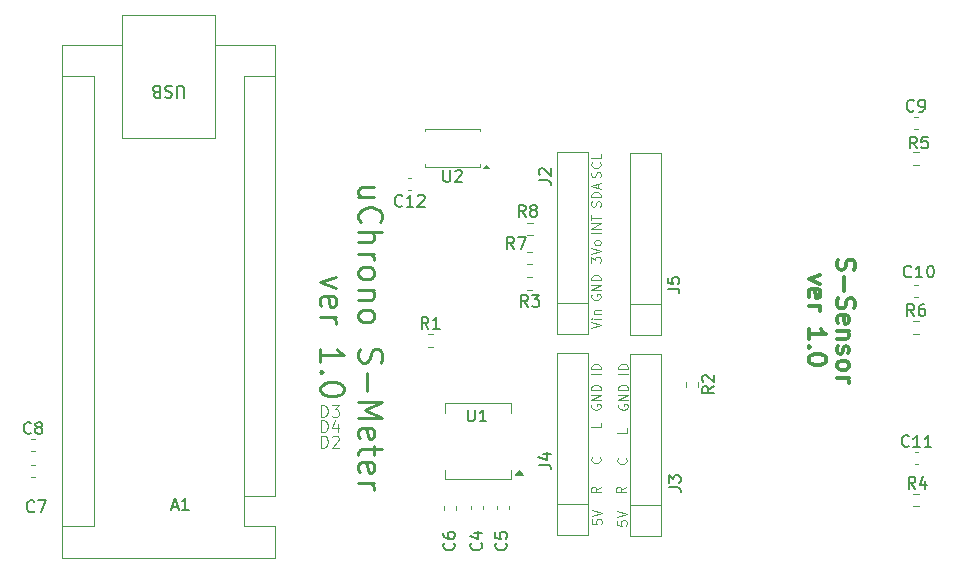
<source format=gbr>
%TF.GenerationSoftware,KiCad,Pcbnew,9.0.7*%
%TF.CreationDate,2026-01-06T19:32:14-08:00*%
%TF.ProjectId,v1.2,76312e32-2e6b-4696-9361-645f70636258,rev?*%
%TF.SameCoordinates,Original*%
%TF.FileFunction,Legend,Top*%
%TF.FilePolarity,Positive*%
%FSLAX46Y46*%
G04 Gerber Fmt 4.6, Leading zero omitted, Abs format (unit mm)*
G04 Created by KiCad (PCBNEW 9.0.7) date 2026-01-06 19:32:14*
%MOMM*%
%LPD*%
G01*
G04 APERTURE LIST*
%ADD10C,0.100000*%
%ADD11C,0.300000*%
%ADD12C,0.250000*%
%ADD13C,0.150000*%
%ADD14C,0.120000*%
G04 APERTURE END LIST*
D10*
X81103884Y-136672419D02*
X81103884Y-135672419D01*
X81103884Y-135672419D02*
X81341979Y-135672419D01*
X81341979Y-135672419D02*
X81484836Y-135720038D01*
X81484836Y-135720038D02*
X81580074Y-135815276D01*
X81580074Y-135815276D02*
X81627693Y-135910514D01*
X81627693Y-135910514D02*
X81675312Y-136100990D01*
X81675312Y-136100990D02*
X81675312Y-136243847D01*
X81675312Y-136243847D02*
X81627693Y-136434323D01*
X81627693Y-136434323D02*
X81580074Y-136529561D01*
X81580074Y-136529561D02*
X81484836Y-136624800D01*
X81484836Y-136624800D02*
X81341979Y-136672419D01*
X81341979Y-136672419D02*
X81103884Y-136672419D01*
X82008646Y-135672419D02*
X82627693Y-135672419D01*
X82627693Y-135672419D02*
X82294360Y-136053371D01*
X82294360Y-136053371D02*
X82437217Y-136053371D01*
X82437217Y-136053371D02*
X82532455Y-136100990D01*
X82532455Y-136100990D02*
X82580074Y-136148609D01*
X82580074Y-136148609D02*
X82627693Y-136243847D01*
X82627693Y-136243847D02*
X82627693Y-136481942D01*
X82627693Y-136481942D02*
X82580074Y-136577180D01*
X82580074Y-136577180D02*
X82532455Y-136624800D01*
X82532455Y-136624800D02*
X82437217Y-136672419D01*
X82437217Y-136672419D02*
X82151503Y-136672419D01*
X82151503Y-136672419D02*
X82056265Y-136624800D01*
X82056265Y-136624800D02*
X82008646Y-136577180D01*
X81103884Y-139272419D02*
X81103884Y-138272419D01*
X81103884Y-138272419D02*
X81341979Y-138272419D01*
X81341979Y-138272419D02*
X81484836Y-138320038D01*
X81484836Y-138320038D02*
X81580074Y-138415276D01*
X81580074Y-138415276D02*
X81627693Y-138510514D01*
X81627693Y-138510514D02*
X81675312Y-138700990D01*
X81675312Y-138700990D02*
X81675312Y-138843847D01*
X81675312Y-138843847D02*
X81627693Y-139034323D01*
X81627693Y-139034323D02*
X81580074Y-139129561D01*
X81580074Y-139129561D02*
X81484836Y-139224800D01*
X81484836Y-139224800D02*
X81341979Y-139272419D01*
X81341979Y-139272419D02*
X81103884Y-139272419D01*
X82056265Y-138367657D02*
X82103884Y-138320038D01*
X82103884Y-138320038D02*
X82199122Y-138272419D01*
X82199122Y-138272419D02*
X82437217Y-138272419D01*
X82437217Y-138272419D02*
X82532455Y-138320038D01*
X82532455Y-138320038D02*
X82580074Y-138367657D01*
X82580074Y-138367657D02*
X82627693Y-138462895D01*
X82627693Y-138462895D02*
X82627693Y-138558133D01*
X82627693Y-138558133D02*
X82580074Y-138700990D01*
X82580074Y-138700990D02*
X82008646Y-139272419D01*
X82008646Y-139272419D02*
X82627693Y-139272419D01*
X81103884Y-137972419D02*
X81103884Y-136972419D01*
X81103884Y-136972419D02*
X81341979Y-136972419D01*
X81341979Y-136972419D02*
X81484836Y-137020038D01*
X81484836Y-137020038D02*
X81580074Y-137115276D01*
X81580074Y-137115276D02*
X81627693Y-137210514D01*
X81627693Y-137210514D02*
X81675312Y-137400990D01*
X81675312Y-137400990D02*
X81675312Y-137543847D01*
X81675312Y-137543847D02*
X81627693Y-137734323D01*
X81627693Y-137734323D02*
X81580074Y-137829561D01*
X81580074Y-137829561D02*
X81484836Y-137924800D01*
X81484836Y-137924800D02*
X81341979Y-137972419D01*
X81341979Y-137972419D02*
X81103884Y-137972419D01*
X82532455Y-137305752D02*
X82532455Y-137972419D01*
X82294360Y-136924800D02*
X82056265Y-137639085D01*
X82056265Y-137639085D02*
X82675312Y-137639085D01*
D11*
X124885516Y-123357143D02*
X124814087Y-123571429D01*
X124814087Y-123571429D02*
X124814087Y-123928571D01*
X124814087Y-123928571D02*
X124885516Y-124071429D01*
X124885516Y-124071429D02*
X124956944Y-124142857D01*
X124956944Y-124142857D02*
X125099801Y-124214286D01*
X125099801Y-124214286D02*
X125242658Y-124214286D01*
X125242658Y-124214286D02*
X125385516Y-124142857D01*
X125385516Y-124142857D02*
X125456944Y-124071429D01*
X125456944Y-124071429D02*
X125528373Y-123928571D01*
X125528373Y-123928571D02*
X125599801Y-123642857D01*
X125599801Y-123642857D02*
X125671230Y-123500000D01*
X125671230Y-123500000D02*
X125742658Y-123428571D01*
X125742658Y-123428571D02*
X125885516Y-123357143D01*
X125885516Y-123357143D02*
X126028373Y-123357143D01*
X126028373Y-123357143D02*
X126171230Y-123428571D01*
X126171230Y-123428571D02*
X126242658Y-123500000D01*
X126242658Y-123500000D02*
X126314087Y-123642857D01*
X126314087Y-123642857D02*
X126314087Y-124000000D01*
X126314087Y-124000000D02*
X126242658Y-124214286D01*
X125385516Y-124857142D02*
X125385516Y-126000000D01*
X124885516Y-126642857D02*
X124814087Y-126857143D01*
X124814087Y-126857143D02*
X124814087Y-127214285D01*
X124814087Y-127214285D02*
X124885516Y-127357143D01*
X124885516Y-127357143D02*
X124956944Y-127428571D01*
X124956944Y-127428571D02*
X125099801Y-127500000D01*
X125099801Y-127500000D02*
X125242658Y-127500000D01*
X125242658Y-127500000D02*
X125385516Y-127428571D01*
X125385516Y-127428571D02*
X125456944Y-127357143D01*
X125456944Y-127357143D02*
X125528373Y-127214285D01*
X125528373Y-127214285D02*
X125599801Y-126928571D01*
X125599801Y-126928571D02*
X125671230Y-126785714D01*
X125671230Y-126785714D02*
X125742658Y-126714285D01*
X125742658Y-126714285D02*
X125885516Y-126642857D01*
X125885516Y-126642857D02*
X126028373Y-126642857D01*
X126028373Y-126642857D02*
X126171230Y-126714285D01*
X126171230Y-126714285D02*
X126242658Y-126785714D01*
X126242658Y-126785714D02*
X126314087Y-126928571D01*
X126314087Y-126928571D02*
X126314087Y-127285714D01*
X126314087Y-127285714D02*
X126242658Y-127500000D01*
X124885516Y-128714285D02*
X124814087Y-128571428D01*
X124814087Y-128571428D02*
X124814087Y-128285714D01*
X124814087Y-128285714D02*
X124885516Y-128142856D01*
X124885516Y-128142856D02*
X125028373Y-128071428D01*
X125028373Y-128071428D02*
X125599801Y-128071428D01*
X125599801Y-128071428D02*
X125742658Y-128142856D01*
X125742658Y-128142856D02*
X125814087Y-128285714D01*
X125814087Y-128285714D02*
X125814087Y-128571428D01*
X125814087Y-128571428D02*
X125742658Y-128714285D01*
X125742658Y-128714285D02*
X125599801Y-128785714D01*
X125599801Y-128785714D02*
X125456944Y-128785714D01*
X125456944Y-128785714D02*
X125314087Y-128071428D01*
X125814087Y-129428570D02*
X124814087Y-129428570D01*
X125671230Y-129428570D02*
X125742658Y-129499999D01*
X125742658Y-129499999D02*
X125814087Y-129642856D01*
X125814087Y-129642856D02*
X125814087Y-129857142D01*
X125814087Y-129857142D02*
X125742658Y-129999999D01*
X125742658Y-129999999D02*
X125599801Y-130071428D01*
X125599801Y-130071428D02*
X124814087Y-130071428D01*
X124885516Y-130714285D02*
X124814087Y-130857142D01*
X124814087Y-130857142D02*
X124814087Y-131142856D01*
X124814087Y-131142856D02*
X124885516Y-131285713D01*
X124885516Y-131285713D02*
X125028373Y-131357142D01*
X125028373Y-131357142D02*
X125099801Y-131357142D01*
X125099801Y-131357142D02*
X125242658Y-131285713D01*
X125242658Y-131285713D02*
X125314087Y-131142856D01*
X125314087Y-131142856D02*
X125314087Y-130928571D01*
X125314087Y-130928571D02*
X125385516Y-130785713D01*
X125385516Y-130785713D02*
X125528373Y-130714285D01*
X125528373Y-130714285D02*
X125599801Y-130714285D01*
X125599801Y-130714285D02*
X125742658Y-130785713D01*
X125742658Y-130785713D02*
X125814087Y-130928571D01*
X125814087Y-130928571D02*
X125814087Y-131142856D01*
X125814087Y-131142856D02*
X125742658Y-131285713D01*
X124814087Y-132214285D02*
X124885516Y-132071428D01*
X124885516Y-132071428D02*
X124956944Y-131999999D01*
X124956944Y-131999999D02*
X125099801Y-131928571D01*
X125099801Y-131928571D02*
X125528373Y-131928571D01*
X125528373Y-131928571D02*
X125671230Y-131999999D01*
X125671230Y-131999999D02*
X125742658Y-132071428D01*
X125742658Y-132071428D02*
X125814087Y-132214285D01*
X125814087Y-132214285D02*
X125814087Y-132428571D01*
X125814087Y-132428571D02*
X125742658Y-132571428D01*
X125742658Y-132571428D02*
X125671230Y-132642857D01*
X125671230Y-132642857D02*
X125528373Y-132714285D01*
X125528373Y-132714285D02*
X125099801Y-132714285D01*
X125099801Y-132714285D02*
X124956944Y-132642857D01*
X124956944Y-132642857D02*
X124885516Y-132571428D01*
X124885516Y-132571428D02*
X124814087Y-132428571D01*
X124814087Y-132428571D02*
X124814087Y-132214285D01*
X124814087Y-133357142D02*
X125814087Y-133357142D01*
X125528373Y-133357142D02*
X125671230Y-133428571D01*
X125671230Y-133428571D02*
X125742658Y-133500000D01*
X125742658Y-133500000D02*
X125814087Y-133642857D01*
X125814087Y-133642857D02*
X125814087Y-133785714D01*
X123399171Y-124678572D02*
X122399171Y-125035715D01*
X122399171Y-125035715D02*
X123399171Y-125392858D01*
X122470600Y-126535715D02*
X122399171Y-126392858D01*
X122399171Y-126392858D02*
X122399171Y-126107144D01*
X122399171Y-126107144D02*
X122470600Y-125964286D01*
X122470600Y-125964286D02*
X122613457Y-125892858D01*
X122613457Y-125892858D02*
X123184885Y-125892858D01*
X123184885Y-125892858D02*
X123327742Y-125964286D01*
X123327742Y-125964286D02*
X123399171Y-126107144D01*
X123399171Y-126107144D02*
X123399171Y-126392858D01*
X123399171Y-126392858D02*
X123327742Y-126535715D01*
X123327742Y-126535715D02*
X123184885Y-126607144D01*
X123184885Y-126607144D02*
X123042028Y-126607144D01*
X123042028Y-126607144D02*
X122899171Y-125892858D01*
X122399171Y-127250000D02*
X123399171Y-127250000D01*
X123113457Y-127250000D02*
X123256314Y-127321429D01*
X123256314Y-127321429D02*
X123327742Y-127392858D01*
X123327742Y-127392858D02*
X123399171Y-127535715D01*
X123399171Y-127535715D02*
X123399171Y-127678572D01*
X122399171Y-130107143D02*
X122399171Y-129250000D01*
X122399171Y-129678571D02*
X123899171Y-129678571D01*
X123899171Y-129678571D02*
X123684885Y-129535714D01*
X123684885Y-129535714D02*
X123542028Y-129392857D01*
X123542028Y-129392857D02*
X123470600Y-129250000D01*
X122542028Y-130749999D02*
X122470600Y-130821428D01*
X122470600Y-130821428D02*
X122399171Y-130749999D01*
X122399171Y-130749999D02*
X122470600Y-130678571D01*
X122470600Y-130678571D02*
X122542028Y-130749999D01*
X122542028Y-130749999D02*
X122399171Y-130749999D01*
X123899171Y-131750000D02*
X123899171Y-131892857D01*
X123899171Y-131892857D02*
X123827742Y-132035714D01*
X123827742Y-132035714D02*
X123756314Y-132107143D01*
X123756314Y-132107143D02*
X123613457Y-132178571D01*
X123613457Y-132178571D02*
X123327742Y-132250000D01*
X123327742Y-132250000D02*
X122970600Y-132250000D01*
X122970600Y-132250000D02*
X122684885Y-132178571D01*
X122684885Y-132178571D02*
X122542028Y-132107143D01*
X122542028Y-132107143D02*
X122470600Y-132035714D01*
X122470600Y-132035714D02*
X122399171Y-131892857D01*
X122399171Y-131892857D02*
X122399171Y-131750000D01*
X122399171Y-131750000D02*
X122470600Y-131607143D01*
X122470600Y-131607143D02*
X122542028Y-131535714D01*
X122542028Y-131535714D02*
X122684885Y-131464285D01*
X122684885Y-131464285D02*
X122970600Y-131392857D01*
X122970600Y-131392857D02*
X123327742Y-131392857D01*
X123327742Y-131392857D02*
X123613457Y-131464285D01*
X123613457Y-131464285D02*
X123756314Y-131535714D01*
X123756314Y-131535714D02*
X123827742Y-131607143D01*
X123827742Y-131607143D02*
X123899171Y-131750000D01*
D12*
X85610983Y-118090476D02*
X84277649Y-118090476D01*
X85610983Y-117233333D02*
X84563364Y-117233333D01*
X84563364Y-117233333D02*
X84372888Y-117328571D01*
X84372888Y-117328571D02*
X84277649Y-117519047D01*
X84277649Y-117519047D02*
X84277649Y-117804762D01*
X84277649Y-117804762D02*
X84372888Y-117995238D01*
X84372888Y-117995238D02*
X84468126Y-118090476D01*
X84468126Y-120185714D02*
X84372888Y-120090476D01*
X84372888Y-120090476D02*
X84277649Y-119804762D01*
X84277649Y-119804762D02*
X84277649Y-119614286D01*
X84277649Y-119614286D02*
X84372888Y-119328571D01*
X84372888Y-119328571D02*
X84563364Y-119138095D01*
X84563364Y-119138095D02*
X84753840Y-119042857D01*
X84753840Y-119042857D02*
X85134792Y-118947619D01*
X85134792Y-118947619D02*
X85420507Y-118947619D01*
X85420507Y-118947619D02*
X85801459Y-119042857D01*
X85801459Y-119042857D02*
X85991935Y-119138095D01*
X85991935Y-119138095D02*
X86182411Y-119328571D01*
X86182411Y-119328571D02*
X86277649Y-119614286D01*
X86277649Y-119614286D02*
X86277649Y-119804762D01*
X86277649Y-119804762D02*
X86182411Y-120090476D01*
X86182411Y-120090476D02*
X86087173Y-120185714D01*
X84277649Y-121042857D02*
X86277649Y-121042857D01*
X84277649Y-121900000D02*
X85325268Y-121900000D01*
X85325268Y-121900000D02*
X85515745Y-121804762D01*
X85515745Y-121804762D02*
X85610983Y-121614286D01*
X85610983Y-121614286D02*
X85610983Y-121328571D01*
X85610983Y-121328571D02*
X85515745Y-121138095D01*
X85515745Y-121138095D02*
X85420507Y-121042857D01*
X84277649Y-122852381D02*
X85610983Y-122852381D01*
X85230030Y-122852381D02*
X85420507Y-122947619D01*
X85420507Y-122947619D02*
X85515745Y-123042857D01*
X85515745Y-123042857D02*
X85610983Y-123233333D01*
X85610983Y-123233333D02*
X85610983Y-123423810D01*
X84277649Y-124376190D02*
X84372888Y-124185714D01*
X84372888Y-124185714D02*
X84468126Y-124090476D01*
X84468126Y-124090476D02*
X84658602Y-123995238D01*
X84658602Y-123995238D02*
X85230030Y-123995238D01*
X85230030Y-123995238D02*
X85420507Y-124090476D01*
X85420507Y-124090476D02*
X85515745Y-124185714D01*
X85515745Y-124185714D02*
X85610983Y-124376190D01*
X85610983Y-124376190D02*
X85610983Y-124661905D01*
X85610983Y-124661905D02*
X85515745Y-124852381D01*
X85515745Y-124852381D02*
X85420507Y-124947619D01*
X85420507Y-124947619D02*
X85230030Y-125042857D01*
X85230030Y-125042857D02*
X84658602Y-125042857D01*
X84658602Y-125042857D02*
X84468126Y-124947619D01*
X84468126Y-124947619D02*
X84372888Y-124852381D01*
X84372888Y-124852381D02*
X84277649Y-124661905D01*
X84277649Y-124661905D02*
X84277649Y-124376190D01*
X85610983Y-125900000D02*
X84277649Y-125900000D01*
X85420507Y-125900000D02*
X85515745Y-125995238D01*
X85515745Y-125995238D02*
X85610983Y-126185714D01*
X85610983Y-126185714D02*
X85610983Y-126471429D01*
X85610983Y-126471429D02*
X85515745Y-126661905D01*
X85515745Y-126661905D02*
X85325268Y-126757143D01*
X85325268Y-126757143D02*
X84277649Y-126757143D01*
X84277649Y-127995238D02*
X84372888Y-127804762D01*
X84372888Y-127804762D02*
X84468126Y-127709524D01*
X84468126Y-127709524D02*
X84658602Y-127614286D01*
X84658602Y-127614286D02*
X85230030Y-127614286D01*
X85230030Y-127614286D02*
X85420507Y-127709524D01*
X85420507Y-127709524D02*
X85515745Y-127804762D01*
X85515745Y-127804762D02*
X85610983Y-127995238D01*
X85610983Y-127995238D02*
X85610983Y-128280953D01*
X85610983Y-128280953D02*
X85515745Y-128471429D01*
X85515745Y-128471429D02*
X85420507Y-128566667D01*
X85420507Y-128566667D02*
X85230030Y-128661905D01*
X85230030Y-128661905D02*
X84658602Y-128661905D01*
X84658602Y-128661905D02*
X84468126Y-128566667D01*
X84468126Y-128566667D02*
X84372888Y-128471429D01*
X84372888Y-128471429D02*
X84277649Y-128280953D01*
X84277649Y-128280953D02*
X84277649Y-127995238D01*
X84372888Y-130947620D02*
X84277649Y-131233334D01*
X84277649Y-131233334D02*
X84277649Y-131709525D01*
X84277649Y-131709525D02*
X84372888Y-131900001D01*
X84372888Y-131900001D02*
X84468126Y-131995239D01*
X84468126Y-131995239D02*
X84658602Y-132090477D01*
X84658602Y-132090477D02*
X84849078Y-132090477D01*
X84849078Y-132090477D02*
X85039554Y-131995239D01*
X85039554Y-131995239D02*
X85134792Y-131900001D01*
X85134792Y-131900001D02*
X85230030Y-131709525D01*
X85230030Y-131709525D02*
X85325268Y-131328572D01*
X85325268Y-131328572D02*
X85420507Y-131138096D01*
X85420507Y-131138096D02*
X85515745Y-131042858D01*
X85515745Y-131042858D02*
X85706221Y-130947620D01*
X85706221Y-130947620D02*
X85896697Y-130947620D01*
X85896697Y-130947620D02*
X86087173Y-131042858D01*
X86087173Y-131042858D02*
X86182411Y-131138096D01*
X86182411Y-131138096D02*
X86277649Y-131328572D01*
X86277649Y-131328572D02*
X86277649Y-131804763D01*
X86277649Y-131804763D02*
X86182411Y-132090477D01*
X85039554Y-132947620D02*
X85039554Y-134471430D01*
X84277649Y-135423810D02*
X86277649Y-135423810D01*
X86277649Y-135423810D02*
X84849078Y-136090477D01*
X84849078Y-136090477D02*
X86277649Y-136757143D01*
X86277649Y-136757143D02*
X84277649Y-136757143D01*
X84372888Y-138471429D02*
X84277649Y-138280953D01*
X84277649Y-138280953D02*
X84277649Y-137900000D01*
X84277649Y-137900000D02*
X84372888Y-137709524D01*
X84372888Y-137709524D02*
X84563364Y-137614286D01*
X84563364Y-137614286D02*
X85325268Y-137614286D01*
X85325268Y-137614286D02*
X85515745Y-137709524D01*
X85515745Y-137709524D02*
X85610983Y-137900000D01*
X85610983Y-137900000D02*
X85610983Y-138280953D01*
X85610983Y-138280953D02*
X85515745Y-138471429D01*
X85515745Y-138471429D02*
X85325268Y-138566667D01*
X85325268Y-138566667D02*
X85134792Y-138566667D01*
X85134792Y-138566667D02*
X84944316Y-137614286D01*
X85610983Y-139138096D02*
X85610983Y-139900000D01*
X86277649Y-139423810D02*
X84563364Y-139423810D01*
X84563364Y-139423810D02*
X84372888Y-139519048D01*
X84372888Y-139519048D02*
X84277649Y-139709524D01*
X84277649Y-139709524D02*
X84277649Y-139900000D01*
X84372888Y-141328572D02*
X84277649Y-141138096D01*
X84277649Y-141138096D02*
X84277649Y-140757143D01*
X84277649Y-140757143D02*
X84372888Y-140566667D01*
X84372888Y-140566667D02*
X84563364Y-140471429D01*
X84563364Y-140471429D02*
X85325268Y-140471429D01*
X85325268Y-140471429D02*
X85515745Y-140566667D01*
X85515745Y-140566667D02*
X85610983Y-140757143D01*
X85610983Y-140757143D02*
X85610983Y-141138096D01*
X85610983Y-141138096D02*
X85515745Y-141328572D01*
X85515745Y-141328572D02*
X85325268Y-141423810D01*
X85325268Y-141423810D02*
X85134792Y-141423810D01*
X85134792Y-141423810D02*
X84944316Y-140471429D01*
X84277649Y-142280953D02*
X85610983Y-142280953D01*
X85230030Y-142280953D02*
X85420507Y-142376191D01*
X85420507Y-142376191D02*
X85515745Y-142471429D01*
X85515745Y-142471429D02*
X85610983Y-142661905D01*
X85610983Y-142661905D02*
X85610983Y-142852382D01*
X82391095Y-124804761D02*
X81057761Y-125280951D01*
X81057761Y-125280951D02*
X82391095Y-125757142D01*
X81153000Y-127280952D02*
X81057761Y-127090476D01*
X81057761Y-127090476D02*
X81057761Y-126709523D01*
X81057761Y-126709523D02*
X81153000Y-126519047D01*
X81153000Y-126519047D02*
X81343476Y-126423809D01*
X81343476Y-126423809D02*
X82105380Y-126423809D01*
X82105380Y-126423809D02*
X82295857Y-126519047D01*
X82295857Y-126519047D02*
X82391095Y-126709523D01*
X82391095Y-126709523D02*
X82391095Y-127090476D01*
X82391095Y-127090476D02*
X82295857Y-127280952D01*
X82295857Y-127280952D02*
X82105380Y-127376190D01*
X82105380Y-127376190D02*
X81914904Y-127376190D01*
X81914904Y-127376190D02*
X81724428Y-126423809D01*
X81057761Y-128233333D02*
X82391095Y-128233333D01*
X82010142Y-128233333D02*
X82200619Y-128328571D01*
X82200619Y-128328571D02*
X82295857Y-128423809D01*
X82295857Y-128423809D02*
X82391095Y-128614285D01*
X82391095Y-128614285D02*
X82391095Y-128804762D01*
X81057761Y-132042857D02*
X81057761Y-130900000D01*
X81057761Y-131471428D02*
X83057761Y-131471428D01*
X83057761Y-131471428D02*
X82772047Y-131280952D01*
X82772047Y-131280952D02*
X82581571Y-131090476D01*
X82581571Y-131090476D02*
X82486333Y-130900000D01*
X81248238Y-132900000D02*
X81153000Y-132995238D01*
X81153000Y-132995238D02*
X81057761Y-132900000D01*
X81057761Y-132900000D02*
X81153000Y-132804762D01*
X81153000Y-132804762D02*
X81248238Y-132900000D01*
X81248238Y-132900000D02*
X81057761Y-132900000D01*
X83057761Y-134233333D02*
X83057761Y-134423810D01*
X83057761Y-134423810D02*
X82962523Y-134614286D01*
X82962523Y-134614286D02*
X82867285Y-134709524D01*
X82867285Y-134709524D02*
X82676809Y-134804762D01*
X82676809Y-134804762D02*
X82295857Y-134900000D01*
X82295857Y-134900000D02*
X81819666Y-134900000D01*
X81819666Y-134900000D02*
X81438714Y-134804762D01*
X81438714Y-134804762D02*
X81248238Y-134709524D01*
X81248238Y-134709524D02*
X81153000Y-134614286D01*
X81153000Y-134614286D02*
X81057761Y-134423810D01*
X81057761Y-134423810D02*
X81057761Y-134233333D01*
X81057761Y-134233333D02*
X81153000Y-134042857D01*
X81153000Y-134042857D02*
X81248238Y-133947619D01*
X81248238Y-133947619D02*
X81438714Y-133852381D01*
X81438714Y-133852381D02*
X81819666Y-133757143D01*
X81819666Y-133757143D02*
X82295857Y-133757143D01*
X82295857Y-133757143D02*
X82676809Y-133852381D01*
X82676809Y-133852381D02*
X82867285Y-133947619D01*
X82867285Y-133947619D02*
X82962523Y-134042857D01*
X82962523Y-134042857D02*
X83057761Y-134233333D01*
D13*
X93538095Y-136054819D02*
X93538095Y-136864342D01*
X93538095Y-136864342D02*
X93585714Y-136959580D01*
X93585714Y-136959580D02*
X93633333Y-137007200D01*
X93633333Y-137007200D02*
X93728571Y-137054819D01*
X93728571Y-137054819D02*
X93919047Y-137054819D01*
X93919047Y-137054819D02*
X94014285Y-137007200D01*
X94014285Y-137007200D02*
X94061904Y-136959580D01*
X94061904Y-136959580D02*
X94109523Y-136864342D01*
X94109523Y-136864342D02*
X94109523Y-136054819D01*
X95109523Y-137054819D02*
X94538095Y-137054819D01*
X94823809Y-137054819D02*
X94823809Y-136054819D01*
X94823809Y-136054819D02*
X94728571Y-136197676D01*
X94728571Y-136197676D02*
X94633333Y-136292914D01*
X94633333Y-136292914D02*
X94538095Y-136340533D01*
X99554819Y-140733333D02*
X100269104Y-140733333D01*
X100269104Y-140733333D02*
X100411961Y-140780952D01*
X100411961Y-140780952D02*
X100507200Y-140876190D01*
X100507200Y-140876190D02*
X100554819Y-141019047D01*
X100554819Y-141019047D02*
X100554819Y-141114285D01*
X99888152Y-139828571D02*
X100554819Y-139828571D01*
X99507200Y-140066666D02*
X100221485Y-140304761D01*
X100221485Y-140304761D02*
X100221485Y-139685714D01*
D10*
X104796895Y-133043734D02*
X103996895Y-133043734D01*
X104796895Y-132662782D02*
X103996895Y-132662782D01*
X103996895Y-132662782D02*
X103996895Y-132472306D01*
X103996895Y-132472306D02*
X104034990Y-132358020D01*
X104034990Y-132358020D02*
X104111180Y-132281830D01*
X104111180Y-132281830D02*
X104187371Y-132243735D01*
X104187371Y-132243735D02*
X104339752Y-132205639D01*
X104339752Y-132205639D02*
X104454038Y-132205639D01*
X104454038Y-132205639D02*
X104606419Y-132243735D01*
X104606419Y-132243735D02*
X104682609Y-132281830D01*
X104682609Y-132281830D02*
X104758800Y-132358020D01*
X104758800Y-132358020D02*
X104796895Y-132472306D01*
X104796895Y-132472306D02*
X104796895Y-132662782D01*
X104034990Y-135624687D02*
X103996895Y-135700877D01*
X103996895Y-135700877D02*
X103996895Y-135815163D01*
X103996895Y-135815163D02*
X104034990Y-135929449D01*
X104034990Y-135929449D02*
X104111180Y-136005639D01*
X104111180Y-136005639D02*
X104187371Y-136043734D01*
X104187371Y-136043734D02*
X104339752Y-136081830D01*
X104339752Y-136081830D02*
X104454038Y-136081830D01*
X104454038Y-136081830D02*
X104606419Y-136043734D01*
X104606419Y-136043734D02*
X104682609Y-136005639D01*
X104682609Y-136005639D02*
X104758800Y-135929449D01*
X104758800Y-135929449D02*
X104796895Y-135815163D01*
X104796895Y-135815163D02*
X104796895Y-135738972D01*
X104796895Y-135738972D02*
X104758800Y-135624687D01*
X104758800Y-135624687D02*
X104720704Y-135586591D01*
X104720704Y-135586591D02*
X104454038Y-135586591D01*
X104454038Y-135586591D02*
X104454038Y-135738972D01*
X104796895Y-135243734D02*
X103996895Y-135243734D01*
X103996895Y-135243734D02*
X104796895Y-134786591D01*
X104796895Y-134786591D02*
X103996895Y-134786591D01*
X104796895Y-134405639D02*
X103996895Y-134405639D01*
X103996895Y-134405639D02*
X103996895Y-134215163D01*
X103996895Y-134215163D02*
X104034990Y-134100877D01*
X104034990Y-134100877D02*
X104111180Y-134024687D01*
X104111180Y-134024687D02*
X104187371Y-133986592D01*
X104187371Y-133986592D02*
X104339752Y-133948496D01*
X104339752Y-133948496D02*
X104454038Y-133948496D01*
X104454038Y-133948496D02*
X104606419Y-133986592D01*
X104606419Y-133986592D02*
X104682609Y-134024687D01*
X104682609Y-134024687D02*
X104758800Y-134100877D01*
X104758800Y-134100877D02*
X104796895Y-134215163D01*
X104796895Y-134215163D02*
X104796895Y-134405639D01*
X104796895Y-137162782D02*
X104796895Y-137543734D01*
X104796895Y-137543734D02*
X103996895Y-137543734D01*
X104720704Y-140086591D02*
X104758800Y-140124687D01*
X104758800Y-140124687D02*
X104796895Y-140238972D01*
X104796895Y-140238972D02*
X104796895Y-140315163D01*
X104796895Y-140315163D02*
X104758800Y-140429449D01*
X104758800Y-140429449D02*
X104682609Y-140505639D01*
X104682609Y-140505639D02*
X104606419Y-140543734D01*
X104606419Y-140543734D02*
X104454038Y-140581830D01*
X104454038Y-140581830D02*
X104339752Y-140581830D01*
X104339752Y-140581830D02*
X104187371Y-140543734D01*
X104187371Y-140543734D02*
X104111180Y-140505639D01*
X104111180Y-140505639D02*
X104034990Y-140429449D01*
X104034990Y-140429449D02*
X103996895Y-140315163D01*
X103996895Y-140315163D02*
X103996895Y-140238972D01*
X103996895Y-140238972D02*
X104034990Y-140124687D01*
X104034990Y-140124687D02*
X104073085Y-140086591D01*
X104796895Y-142586591D02*
X104415942Y-142853258D01*
X104796895Y-143043734D02*
X103996895Y-143043734D01*
X103996895Y-143043734D02*
X103996895Y-142738972D01*
X103996895Y-142738972D02*
X104034990Y-142662782D01*
X104034990Y-142662782D02*
X104073085Y-142624687D01*
X104073085Y-142624687D02*
X104149276Y-142586591D01*
X104149276Y-142586591D02*
X104263561Y-142586591D01*
X104263561Y-142586591D02*
X104339752Y-142624687D01*
X104339752Y-142624687D02*
X104377847Y-142662782D01*
X104377847Y-142662782D02*
X104415942Y-142738972D01*
X104415942Y-142738972D02*
X104415942Y-143043734D01*
X104096895Y-145362782D02*
X104096895Y-145743734D01*
X104096895Y-145743734D02*
X104477847Y-145781830D01*
X104477847Y-145781830D02*
X104439752Y-145743734D01*
X104439752Y-145743734D02*
X104401657Y-145667544D01*
X104401657Y-145667544D02*
X104401657Y-145477068D01*
X104401657Y-145477068D02*
X104439752Y-145400877D01*
X104439752Y-145400877D02*
X104477847Y-145362782D01*
X104477847Y-145362782D02*
X104554038Y-145324687D01*
X104554038Y-145324687D02*
X104744514Y-145324687D01*
X104744514Y-145324687D02*
X104820704Y-145362782D01*
X104820704Y-145362782D02*
X104858800Y-145400877D01*
X104858800Y-145400877D02*
X104896895Y-145477068D01*
X104896895Y-145477068D02*
X104896895Y-145667544D01*
X104896895Y-145667544D02*
X104858800Y-145743734D01*
X104858800Y-145743734D02*
X104820704Y-145781830D01*
X104096895Y-145096115D02*
X104896895Y-144829448D01*
X104896895Y-144829448D02*
X104096895Y-144562782D01*
D13*
X110554819Y-142633333D02*
X111269104Y-142633333D01*
X111269104Y-142633333D02*
X111411961Y-142680952D01*
X111411961Y-142680952D02*
X111507200Y-142776190D01*
X111507200Y-142776190D02*
X111554819Y-142919047D01*
X111554819Y-142919047D02*
X111554819Y-143014285D01*
X110554819Y-142252380D02*
X110554819Y-141633333D01*
X110554819Y-141633333D02*
X110935771Y-141966666D01*
X110935771Y-141966666D02*
X110935771Y-141823809D01*
X110935771Y-141823809D02*
X110983390Y-141728571D01*
X110983390Y-141728571D02*
X111031009Y-141680952D01*
X111031009Y-141680952D02*
X111126247Y-141633333D01*
X111126247Y-141633333D02*
X111364342Y-141633333D01*
X111364342Y-141633333D02*
X111459580Y-141680952D01*
X111459580Y-141680952D02*
X111507200Y-141728571D01*
X111507200Y-141728571D02*
X111554819Y-141823809D01*
X111554819Y-141823809D02*
X111554819Y-142109523D01*
X111554819Y-142109523D02*
X111507200Y-142204761D01*
X111507200Y-142204761D02*
X111459580Y-142252380D01*
D10*
X107096895Y-133043734D02*
X106296895Y-133043734D01*
X107096895Y-132662782D02*
X106296895Y-132662782D01*
X106296895Y-132662782D02*
X106296895Y-132472306D01*
X106296895Y-132472306D02*
X106334990Y-132358020D01*
X106334990Y-132358020D02*
X106411180Y-132281830D01*
X106411180Y-132281830D02*
X106487371Y-132243735D01*
X106487371Y-132243735D02*
X106639752Y-132205639D01*
X106639752Y-132205639D02*
X106754038Y-132205639D01*
X106754038Y-132205639D02*
X106906419Y-132243735D01*
X106906419Y-132243735D02*
X106982609Y-132281830D01*
X106982609Y-132281830D02*
X107058800Y-132358020D01*
X107058800Y-132358020D02*
X107096895Y-132472306D01*
X107096895Y-132472306D02*
X107096895Y-132662782D01*
X106334990Y-135624687D02*
X106296895Y-135700877D01*
X106296895Y-135700877D02*
X106296895Y-135815163D01*
X106296895Y-135815163D02*
X106334990Y-135929449D01*
X106334990Y-135929449D02*
X106411180Y-136005639D01*
X106411180Y-136005639D02*
X106487371Y-136043734D01*
X106487371Y-136043734D02*
X106639752Y-136081830D01*
X106639752Y-136081830D02*
X106754038Y-136081830D01*
X106754038Y-136081830D02*
X106906419Y-136043734D01*
X106906419Y-136043734D02*
X106982609Y-136005639D01*
X106982609Y-136005639D02*
X107058800Y-135929449D01*
X107058800Y-135929449D02*
X107096895Y-135815163D01*
X107096895Y-135815163D02*
X107096895Y-135738972D01*
X107096895Y-135738972D02*
X107058800Y-135624687D01*
X107058800Y-135624687D02*
X107020704Y-135586591D01*
X107020704Y-135586591D02*
X106754038Y-135586591D01*
X106754038Y-135586591D02*
X106754038Y-135738972D01*
X107096895Y-135243734D02*
X106296895Y-135243734D01*
X106296895Y-135243734D02*
X107096895Y-134786591D01*
X107096895Y-134786591D02*
X106296895Y-134786591D01*
X107096895Y-134405639D02*
X106296895Y-134405639D01*
X106296895Y-134405639D02*
X106296895Y-134215163D01*
X106296895Y-134215163D02*
X106334990Y-134100877D01*
X106334990Y-134100877D02*
X106411180Y-134024687D01*
X106411180Y-134024687D02*
X106487371Y-133986592D01*
X106487371Y-133986592D02*
X106639752Y-133948496D01*
X106639752Y-133948496D02*
X106754038Y-133948496D01*
X106754038Y-133948496D02*
X106906419Y-133986592D01*
X106906419Y-133986592D02*
X106982609Y-134024687D01*
X106982609Y-134024687D02*
X107058800Y-134100877D01*
X107058800Y-134100877D02*
X107096895Y-134215163D01*
X107096895Y-134215163D02*
X107096895Y-134405639D01*
X106996895Y-137662782D02*
X106996895Y-138043734D01*
X106996895Y-138043734D02*
X106196895Y-138043734D01*
X106920704Y-140186591D02*
X106958800Y-140224687D01*
X106958800Y-140224687D02*
X106996895Y-140338972D01*
X106996895Y-140338972D02*
X106996895Y-140415163D01*
X106996895Y-140415163D02*
X106958800Y-140529449D01*
X106958800Y-140529449D02*
X106882609Y-140605639D01*
X106882609Y-140605639D02*
X106806419Y-140643734D01*
X106806419Y-140643734D02*
X106654038Y-140681830D01*
X106654038Y-140681830D02*
X106539752Y-140681830D01*
X106539752Y-140681830D02*
X106387371Y-140643734D01*
X106387371Y-140643734D02*
X106311180Y-140605639D01*
X106311180Y-140605639D02*
X106234990Y-140529449D01*
X106234990Y-140529449D02*
X106196895Y-140415163D01*
X106196895Y-140415163D02*
X106196895Y-140338972D01*
X106196895Y-140338972D02*
X106234990Y-140224687D01*
X106234990Y-140224687D02*
X106273085Y-140186591D01*
X106896895Y-142586591D02*
X106515942Y-142853258D01*
X106896895Y-143043734D02*
X106096895Y-143043734D01*
X106096895Y-143043734D02*
X106096895Y-142738972D01*
X106096895Y-142738972D02*
X106134990Y-142662782D01*
X106134990Y-142662782D02*
X106173085Y-142624687D01*
X106173085Y-142624687D02*
X106249276Y-142586591D01*
X106249276Y-142586591D02*
X106363561Y-142586591D01*
X106363561Y-142586591D02*
X106439752Y-142624687D01*
X106439752Y-142624687D02*
X106477847Y-142662782D01*
X106477847Y-142662782D02*
X106515942Y-142738972D01*
X106515942Y-142738972D02*
X106515942Y-143043734D01*
X106196895Y-145462782D02*
X106196895Y-145843734D01*
X106196895Y-145843734D02*
X106577847Y-145881830D01*
X106577847Y-145881830D02*
X106539752Y-145843734D01*
X106539752Y-145843734D02*
X106501657Y-145767544D01*
X106501657Y-145767544D02*
X106501657Y-145577068D01*
X106501657Y-145577068D02*
X106539752Y-145500877D01*
X106539752Y-145500877D02*
X106577847Y-145462782D01*
X106577847Y-145462782D02*
X106654038Y-145424687D01*
X106654038Y-145424687D02*
X106844514Y-145424687D01*
X106844514Y-145424687D02*
X106920704Y-145462782D01*
X106920704Y-145462782D02*
X106958800Y-145500877D01*
X106958800Y-145500877D02*
X106996895Y-145577068D01*
X106996895Y-145577068D02*
X106996895Y-145767544D01*
X106996895Y-145767544D02*
X106958800Y-145843734D01*
X106958800Y-145843734D02*
X106920704Y-145881830D01*
X106196895Y-145196115D02*
X106996895Y-144929448D01*
X106996895Y-144929448D02*
X106196895Y-144662782D01*
D13*
X99544819Y-116633333D02*
X100259104Y-116633333D01*
X100259104Y-116633333D02*
X100401961Y-116680952D01*
X100401961Y-116680952D02*
X100497200Y-116776190D01*
X100497200Y-116776190D02*
X100544819Y-116919047D01*
X100544819Y-116919047D02*
X100544819Y-117014285D01*
X99640057Y-116204761D02*
X99592438Y-116157142D01*
X99592438Y-116157142D02*
X99544819Y-116061904D01*
X99544819Y-116061904D02*
X99544819Y-115823809D01*
X99544819Y-115823809D02*
X99592438Y-115728571D01*
X99592438Y-115728571D02*
X99640057Y-115680952D01*
X99640057Y-115680952D02*
X99735295Y-115633333D01*
X99735295Y-115633333D02*
X99830533Y-115633333D01*
X99830533Y-115633333D02*
X99973390Y-115680952D01*
X99973390Y-115680952D02*
X100544819Y-116252380D01*
X100544819Y-116252380D02*
X100544819Y-115633333D01*
D10*
X104758800Y-116381830D02*
X104796895Y-116267544D01*
X104796895Y-116267544D02*
X104796895Y-116077068D01*
X104796895Y-116077068D02*
X104758800Y-116000877D01*
X104758800Y-116000877D02*
X104720704Y-115962782D01*
X104720704Y-115962782D02*
X104644514Y-115924687D01*
X104644514Y-115924687D02*
X104568323Y-115924687D01*
X104568323Y-115924687D02*
X104492133Y-115962782D01*
X104492133Y-115962782D02*
X104454038Y-116000877D01*
X104454038Y-116000877D02*
X104415942Y-116077068D01*
X104415942Y-116077068D02*
X104377847Y-116229449D01*
X104377847Y-116229449D02*
X104339752Y-116305639D01*
X104339752Y-116305639D02*
X104301657Y-116343734D01*
X104301657Y-116343734D02*
X104225466Y-116381830D01*
X104225466Y-116381830D02*
X104149276Y-116381830D01*
X104149276Y-116381830D02*
X104073085Y-116343734D01*
X104073085Y-116343734D02*
X104034990Y-116305639D01*
X104034990Y-116305639D02*
X103996895Y-116229449D01*
X103996895Y-116229449D02*
X103996895Y-116038972D01*
X103996895Y-116038972D02*
X104034990Y-115924687D01*
X104720704Y-115124686D02*
X104758800Y-115162782D01*
X104758800Y-115162782D02*
X104796895Y-115277067D01*
X104796895Y-115277067D02*
X104796895Y-115353258D01*
X104796895Y-115353258D02*
X104758800Y-115467544D01*
X104758800Y-115467544D02*
X104682609Y-115543734D01*
X104682609Y-115543734D02*
X104606419Y-115581829D01*
X104606419Y-115581829D02*
X104454038Y-115619925D01*
X104454038Y-115619925D02*
X104339752Y-115619925D01*
X104339752Y-115619925D02*
X104187371Y-115581829D01*
X104187371Y-115581829D02*
X104111180Y-115543734D01*
X104111180Y-115543734D02*
X104034990Y-115467544D01*
X104034990Y-115467544D02*
X103996895Y-115353258D01*
X103996895Y-115353258D02*
X103996895Y-115277067D01*
X103996895Y-115277067D02*
X104034990Y-115162782D01*
X104034990Y-115162782D02*
X104073085Y-115124686D01*
X104796895Y-114400877D02*
X104796895Y-114781829D01*
X104796895Y-114781829D02*
X103996895Y-114781829D01*
X104758800Y-118881830D02*
X104796895Y-118767544D01*
X104796895Y-118767544D02*
X104796895Y-118577068D01*
X104796895Y-118577068D02*
X104758800Y-118500877D01*
X104758800Y-118500877D02*
X104720704Y-118462782D01*
X104720704Y-118462782D02*
X104644514Y-118424687D01*
X104644514Y-118424687D02*
X104568323Y-118424687D01*
X104568323Y-118424687D02*
X104492133Y-118462782D01*
X104492133Y-118462782D02*
X104454038Y-118500877D01*
X104454038Y-118500877D02*
X104415942Y-118577068D01*
X104415942Y-118577068D02*
X104377847Y-118729449D01*
X104377847Y-118729449D02*
X104339752Y-118805639D01*
X104339752Y-118805639D02*
X104301657Y-118843734D01*
X104301657Y-118843734D02*
X104225466Y-118881830D01*
X104225466Y-118881830D02*
X104149276Y-118881830D01*
X104149276Y-118881830D02*
X104073085Y-118843734D01*
X104073085Y-118843734D02*
X104034990Y-118805639D01*
X104034990Y-118805639D02*
X103996895Y-118729449D01*
X103996895Y-118729449D02*
X103996895Y-118538972D01*
X103996895Y-118538972D02*
X104034990Y-118424687D01*
X104796895Y-118081829D02*
X103996895Y-118081829D01*
X103996895Y-118081829D02*
X103996895Y-117891353D01*
X103996895Y-117891353D02*
X104034990Y-117777067D01*
X104034990Y-117777067D02*
X104111180Y-117700877D01*
X104111180Y-117700877D02*
X104187371Y-117662782D01*
X104187371Y-117662782D02*
X104339752Y-117624686D01*
X104339752Y-117624686D02*
X104454038Y-117624686D01*
X104454038Y-117624686D02*
X104606419Y-117662782D01*
X104606419Y-117662782D02*
X104682609Y-117700877D01*
X104682609Y-117700877D02*
X104758800Y-117777067D01*
X104758800Y-117777067D02*
X104796895Y-117891353D01*
X104796895Y-117891353D02*
X104796895Y-118081829D01*
X104568323Y-117319925D02*
X104568323Y-116938972D01*
X104796895Y-117396115D02*
X103996895Y-117129448D01*
X103996895Y-117129448D02*
X104796895Y-116862782D01*
X104796895Y-121143734D02*
X103996895Y-121143734D01*
X104796895Y-120762782D02*
X103996895Y-120762782D01*
X103996895Y-120762782D02*
X104796895Y-120305639D01*
X104796895Y-120305639D02*
X103996895Y-120305639D01*
X103996895Y-120038973D02*
X103996895Y-119581830D01*
X104796895Y-119810402D02*
X103996895Y-119810402D01*
X103996895Y-123619925D02*
X103996895Y-123124687D01*
X103996895Y-123124687D02*
X104301657Y-123391353D01*
X104301657Y-123391353D02*
X104301657Y-123277068D01*
X104301657Y-123277068D02*
X104339752Y-123200877D01*
X104339752Y-123200877D02*
X104377847Y-123162782D01*
X104377847Y-123162782D02*
X104454038Y-123124687D01*
X104454038Y-123124687D02*
X104644514Y-123124687D01*
X104644514Y-123124687D02*
X104720704Y-123162782D01*
X104720704Y-123162782D02*
X104758800Y-123200877D01*
X104758800Y-123200877D02*
X104796895Y-123277068D01*
X104796895Y-123277068D02*
X104796895Y-123505639D01*
X104796895Y-123505639D02*
X104758800Y-123581830D01*
X104758800Y-123581830D02*
X104720704Y-123619925D01*
X103996895Y-122896115D02*
X104796895Y-122629448D01*
X104796895Y-122629448D02*
X103996895Y-122362782D01*
X104796895Y-121981830D02*
X104758800Y-122058020D01*
X104758800Y-122058020D02*
X104720704Y-122096115D01*
X104720704Y-122096115D02*
X104644514Y-122134211D01*
X104644514Y-122134211D02*
X104415942Y-122134211D01*
X104415942Y-122134211D02*
X104339752Y-122096115D01*
X104339752Y-122096115D02*
X104301657Y-122058020D01*
X104301657Y-122058020D02*
X104263561Y-121981830D01*
X104263561Y-121981830D02*
X104263561Y-121867544D01*
X104263561Y-121867544D02*
X104301657Y-121791353D01*
X104301657Y-121791353D02*
X104339752Y-121753258D01*
X104339752Y-121753258D02*
X104415942Y-121715163D01*
X104415942Y-121715163D02*
X104644514Y-121715163D01*
X104644514Y-121715163D02*
X104720704Y-121753258D01*
X104720704Y-121753258D02*
X104758800Y-121791353D01*
X104758800Y-121791353D02*
X104796895Y-121867544D01*
X104796895Y-121867544D02*
X104796895Y-121981830D01*
X104034990Y-126324687D02*
X103996895Y-126400877D01*
X103996895Y-126400877D02*
X103996895Y-126515163D01*
X103996895Y-126515163D02*
X104034990Y-126629449D01*
X104034990Y-126629449D02*
X104111180Y-126705639D01*
X104111180Y-126705639D02*
X104187371Y-126743734D01*
X104187371Y-126743734D02*
X104339752Y-126781830D01*
X104339752Y-126781830D02*
X104454038Y-126781830D01*
X104454038Y-126781830D02*
X104606419Y-126743734D01*
X104606419Y-126743734D02*
X104682609Y-126705639D01*
X104682609Y-126705639D02*
X104758800Y-126629449D01*
X104758800Y-126629449D02*
X104796895Y-126515163D01*
X104796895Y-126515163D02*
X104796895Y-126438972D01*
X104796895Y-126438972D02*
X104758800Y-126324687D01*
X104758800Y-126324687D02*
X104720704Y-126286591D01*
X104720704Y-126286591D02*
X104454038Y-126286591D01*
X104454038Y-126286591D02*
X104454038Y-126438972D01*
X104796895Y-125943734D02*
X103996895Y-125943734D01*
X103996895Y-125943734D02*
X104796895Y-125486591D01*
X104796895Y-125486591D02*
X103996895Y-125486591D01*
X104796895Y-125105639D02*
X103996895Y-125105639D01*
X103996895Y-125105639D02*
X103996895Y-124915163D01*
X103996895Y-124915163D02*
X104034990Y-124800877D01*
X104034990Y-124800877D02*
X104111180Y-124724687D01*
X104111180Y-124724687D02*
X104187371Y-124686592D01*
X104187371Y-124686592D02*
X104339752Y-124648496D01*
X104339752Y-124648496D02*
X104454038Y-124648496D01*
X104454038Y-124648496D02*
X104606419Y-124686592D01*
X104606419Y-124686592D02*
X104682609Y-124724687D01*
X104682609Y-124724687D02*
X104758800Y-124800877D01*
X104758800Y-124800877D02*
X104796895Y-124915163D01*
X104796895Y-124915163D02*
X104796895Y-125105639D01*
X103996895Y-129158020D02*
X104796895Y-128891353D01*
X104796895Y-128891353D02*
X103996895Y-128624687D01*
X104796895Y-128358020D02*
X104263561Y-128358020D01*
X103996895Y-128358020D02*
X104034990Y-128396116D01*
X104034990Y-128396116D02*
X104073085Y-128358020D01*
X104073085Y-128358020D02*
X104034990Y-128319925D01*
X104034990Y-128319925D02*
X103996895Y-128358020D01*
X103996895Y-128358020D02*
X104073085Y-128358020D01*
X104263561Y-127977068D02*
X104796895Y-127977068D01*
X104339752Y-127977068D02*
X104301657Y-127938973D01*
X104301657Y-127938973D02*
X104263561Y-127862783D01*
X104263561Y-127862783D02*
X104263561Y-127748497D01*
X104263561Y-127748497D02*
X104301657Y-127672306D01*
X104301657Y-127672306D02*
X104377847Y-127634211D01*
X104377847Y-127634211D02*
X104796895Y-127634211D01*
D13*
X96759580Y-147366666D02*
X96807200Y-147414285D01*
X96807200Y-147414285D02*
X96854819Y-147557142D01*
X96854819Y-147557142D02*
X96854819Y-147652380D01*
X96854819Y-147652380D02*
X96807200Y-147795237D01*
X96807200Y-147795237D02*
X96711961Y-147890475D01*
X96711961Y-147890475D02*
X96616723Y-147938094D01*
X96616723Y-147938094D02*
X96426247Y-147985713D01*
X96426247Y-147985713D02*
X96283390Y-147985713D01*
X96283390Y-147985713D02*
X96092914Y-147938094D01*
X96092914Y-147938094D02*
X95997676Y-147890475D01*
X95997676Y-147890475D02*
X95902438Y-147795237D01*
X95902438Y-147795237D02*
X95854819Y-147652380D01*
X95854819Y-147652380D02*
X95854819Y-147557142D01*
X95854819Y-147557142D02*
X95902438Y-147414285D01*
X95902438Y-147414285D02*
X95950057Y-147366666D01*
X95854819Y-146461904D02*
X95854819Y-146938094D01*
X95854819Y-146938094D02*
X96331009Y-146985713D01*
X96331009Y-146985713D02*
X96283390Y-146938094D01*
X96283390Y-146938094D02*
X96235771Y-146842856D01*
X96235771Y-146842856D02*
X96235771Y-146604761D01*
X96235771Y-146604761D02*
X96283390Y-146509523D01*
X96283390Y-146509523D02*
X96331009Y-146461904D01*
X96331009Y-146461904D02*
X96426247Y-146414285D01*
X96426247Y-146414285D02*
X96664342Y-146414285D01*
X96664342Y-146414285D02*
X96759580Y-146461904D01*
X96759580Y-146461904D02*
X96807200Y-146509523D01*
X96807200Y-146509523D02*
X96854819Y-146604761D01*
X96854819Y-146604761D02*
X96854819Y-146842856D01*
X96854819Y-146842856D02*
X96807200Y-146938094D01*
X96807200Y-146938094D02*
X96759580Y-146985713D01*
X131558333Y-113954819D02*
X131225000Y-113478628D01*
X130986905Y-113954819D02*
X130986905Y-112954819D01*
X130986905Y-112954819D02*
X131367857Y-112954819D01*
X131367857Y-112954819D02*
X131463095Y-113002438D01*
X131463095Y-113002438D02*
X131510714Y-113050057D01*
X131510714Y-113050057D02*
X131558333Y-113145295D01*
X131558333Y-113145295D02*
X131558333Y-113288152D01*
X131558333Y-113288152D02*
X131510714Y-113383390D01*
X131510714Y-113383390D02*
X131463095Y-113431009D01*
X131463095Y-113431009D02*
X131367857Y-113478628D01*
X131367857Y-113478628D02*
X130986905Y-113478628D01*
X132463095Y-112954819D02*
X131986905Y-112954819D01*
X131986905Y-112954819D02*
X131939286Y-113431009D01*
X131939286Y-113431009D02*
X131986905Y-113383390D01*
X131986905Y-113383390D02*
X132082143Y-113335771D01*
X132082143Y-113335771D02*
X132320238Y-113335771D01*
X132320238Y-113335771D02*
X132415476Y-113383390D01*
X132415476Y-113383390D02*
X132463095Y-113431009D01*
X132463095Y-113431009D02*
X132510714Y-113526247D01*
X132510714Y-113526247D02*
X132510714Y-113764342D01*
X132510714Y-113764342D02*
X132463095Y-113859580D01*
X132463095Y-113859580D02*
X132415476Y-113907200D01*
X132415476Y-113907200D02*
X132320238Y-113954819D01*
X132320238Y-113954819D02*
X132082143Y-113954819D01*
X132082143Y-113954819D02*
X131986905Y-113907200D01*
X131986905Y-113907200D02*
X131939286Y-113859580D01*
X110454819Y-125833333D02*
X111169104Y-125833333D01*
X111169104Y-125833333D02*
X111311961Y-125880952D01*
X111311961Y-125880952D02*
X111407200Y-125976190D01*
X111407200Y-125976190D02*
X111454819Y-126119047D01*
X111454819Y-126119047D02*
X111454819Y-126214285D01*
X110454819Y-124880952D02*
X110454819Y-125357142D01*
X110454819Y-125357142D02*
X110931009Y-125404761D01*
X110931009Y-125404761D02*
X110883390Y-125357142D01*
X110883390Y-125357142D02*
X110835771Y-125261904D01*
X110835771Y-125261904D02*
X110835771Y-125023809D01*
X110835771Y-125023809D02*
X110883390Y-124928571D01*
X110883390Y-124928571D02*
X110931009Y-124880952D01*
X110931009Y-124880952D02*
X111026247Y-124833333D01*
X111026247Y-124833333D02*
X111264342Y-124833333D01*
X111264342Y-124833333D02*
X111359580Y-124880952D01*
X111359580Y-124880952D02*
X111407200Y-124928571D01*
X111407200Y-124928571D02*
X111454819Y-125023809D01*
X111454819Y-125023809D02*
X111454819Y-125261904D01*
X111454819Y-125261904D02*
X111407200Y-125357142D01*
X111407200Y-125357142D02*
X111359580Y-125404761D01*
X114384819Y-134091666D02*
X113908628Y-134424999D01*
X114384819Y-134663094D02*
X113384819Y-134663094D01*
X113384819Y-134663094D02*
X113384819Y-134282142D01*
X113384819Y-134282142D02*
X113432438Y-134186904D01*
X113432438Y-134186904D02*
X113480057Y-134139285D01*
X113480057Y-134139285D02*
X113575295Y-134091666D01*
X113575295Y-134091666D02*
X113718152Y-134091666D01*
X113718152Y-134091666D02*
X113813390Y-134139285D01*
X113813390Y-134139285D02*
X113861009Y-134186904D01*
X113861009Y-134186904D02*
X113908628Y-134282142D01*
X113908628Y-134282142D02*
X113908628Y-134663094D01*
X113480057Y-133710713D02*
X113432438Y-133663094D01*
X113432438Y-133663094D02*
X113384819Y-133567856D01*
X113384819Y-133567856D02*
X113384819Y-133329761D01*
X113384819Y-133329761D02*
X113432438Y-133234523D01*
X113432438Y-133234523D02*
X113480057Y-133186904D01*
X113480057Y-133186904D02*
X113575295Y-133139285D01*
X113575295Y-133139285D02*
X113670533Y-133139285D01*
X113670533Y-133139285D02*
X113813390Y-133186904D01*
X113813390Y-133186904D02*
X114384819Y-133758332D01*
X114384819Y-133758332D02*
X114384819Y-133139285D01*
X94659580Y-147366666D02*
X94707200Y-147414285D01*
X94707200Y-147414285D02*
X94754819Y-147557142D01*
X94754819Y-147557142D02*
X94754819Y-147652380D01*
X94754819Y-147652380D02*
X94707200Y-147795237D01*
X94707200Y-147795237D02*
X94611961Y-147890475D01*
X94611961Y-147890475D02*
X94516723Y-147938094D01*
X94516723Y-147938094D02*
X94326247Y-147985713D01*
X94326247Y-147985713D02*
X94183390Y-147985713D01*
X94183390Y-147985713D02*
X93992914Y-147938094D01*
X93992914Y-147938094D02*
X93897676Y-147890475D01*
X93897676Y-147890475D02*
X93802438Y-147795237D01*
X93802438Y-147795237D02*
X93754819Y-147652380D01*
X93754819Y-147652380D02*
X93754819Y-147557142D01*
X93754819Y-147557142D02*
X93802438Y-147414285D01*
X93802438Y-147414285D02*
X93850057Y-147366666D01*
X94088152Y-146509523D02*
X94754819Y-146509523D01*
X93707200Y-146747618D02*
X94421485Y-146985713D01*
X94421485Y-146985713D02*
X94421485Y-146366666D01*
X130882142Y-139129580D02*
X130834523Y-139177200D01*
X130834523Y-139177200D02*
X130691666Y-139224819D01*
X130691666Y-139224819D02*
X130596428Y-139224819D01*
X130596428Y-139224819D02*
X130453571Y-139177200D01*
X130453571Y-139177200D02*
X130358333Y-139081961D01*
X130358333Y-139081961D02*
X130310714Y-138986723D01*
X130310714Y-138986723D02*
X130263095Y-138796247D01*
X130263095Y-138796247D02*
X130263095Y-138653390D01*
X130263095Y-138653390D02*
X130310714Y-138462914D01*
X130310714Y-138462914D02*
X130358333Y-138367676D01*
X130358333Y-138367676D02*
X130453571Y-138272438D01*
X130453571Y-138272438D02*
X130596428Y-138224819D01*
X130596428Y-138224819D02*
X130691666Y-138224819D01*
X130691666Y-138224819D02*
X130834523Y-138272438D01*
X130834523Y-138272438D02*
X130882142Y-138320057D01*
X131834523Y-139224819D02*
X131263095Y-139224819D01*
X131548809Y-139224819D02*
X131548809Y-138224819D01*
X131548809Y-138224819D02*
X131453571Y-138367676D01*
X131453571Y-138367676D02*
X131358333Y-138462914D01*
X131358333Y-138462914D02*
X131263095Y-138510533D01*
X132786904Y-139224819D02*
X132215476Y-139224819D01*
X132501190Y-139224819D02*
X132501190Y-138224819D01*
X132501190Y-138224819D02*
X132405952Y-138367676D01*
X132405952Y-138367676D02*
X132310714Y-138462914D01*
X132310714Y-138462914D02*
X132215476Y-138510533D01*
X87982142Y-118789580D02*
X87934523Y-118837200D01*
X87934523Y-118837200D02*
X87791666Y-118884819D01*
X87791666Y-118884819D02*
X87696428Y-118884819D01*
X87696428Y-118884819D02*
X87553571Y-118837200D01*
X87553571Y-118837200D02*
X87458333Y-118741961D01*
X87458333Y-118741961D02*
X87410714Y-118646723D01*
X87410714Y-118646723D02*
X87363095Y-118456247D01*
X87363095Y-118456247D02*
X87363095Y-118313390D01*
X87363095Y-118313390D02*
X87410714Y-118122914D01*
X87410714Y-118122914D02*
X87458333Y-118027676D01*
X87458333Y-118027676D02*
X87553571Y-117932438D01*
X87553571Y-117932438D02*
X87696428Y-117884819D01*
X87696428Y-117884819D02*
X87791666Y-117884819D01*
X87791666Y-117884819D02*
X87934523Y-117932438D01*
X87934523Y-117932438D02*
X87982142Y-117980057D01*
X88934523Y-118884819D02*
X88363095Y-118884819D01*
X88648809Y-118884819D02*
X88648809Y-117884819D01*
X88648809Y-117884819D02*
X88553571Y-118027676D01*
X88553571Y-118027676D02*
X88458333Y-118122914D01*
X88458333Y-118122914D02*
X88363095Y-118170533D01*
X89315476Y-117980057D02*
X89363095Y-117932438D01*
X89363095Y-117932438D02*
X89458333Y-117884819D01*
X89458333Y-117884819D02*
X89696428Y-117884819D01*
X89696428Y-117884819D02*
X89791666Y-117932438D01*
X89791666Y-117932438D02*
X89839285Y-117980057D01*
X89839285Y-117980057D02*
X89886904Y-118075295D01*
X89886904Y-118075295D02*
X89886904Y-118170533D01*
X89886904Y-118170533D02*
X89839285Y-118313390D01*
X89839285Y-118313390D02*
X89267857Y-118884819D01*
X89267857Y-118884819D02*
X89886904Y-118884819D01*
X91475595Y-115779819D02*
X91475595Y-116589342D01*
X91475595Y-116589342D02*
X91523214Y-116684580D01*
X91523214Y-116684580D02*
X91570833Y-116732200D01*
X91570833Y-116732200D02*
X91666071Y-116779819D01*
X91666071Y-116779819D02*
X91856547Y-116779819D01*
X91856547Y-116779819D02*
X91951785Y-116732200D01*
X91951785Y-116732200D02*
X91999404Y-116684580D01*
X91999404Y-116684580D02*
X92047023Y-116589342D01*
X92047023Y-116589342D02*
X92047023Y-115779819D01*
X92475595Y-115875057D02*
X92523214Y-115827438D01*
X92523214Y-115827438D02*
X92618452Y-115779819D01*
X92618452Y-115779819D02*
X92856547Y-115779819D01*
X92856547Y-115779819D02*
X92951785Y-115827438D01*
X92951785Y-115827438D02*
X92999404Y-115875057D01*
X92999404Y-115875057D02*
X93047023Y-115970295D01*
X93047023Y-115970295D02*
X93047023Y-116065533D01*
X93047023Y-116065533D02*
X92999404Y-116208390D01*
X92999404Y-116208390D02*
X92427976Y-116779819D01*
X92427976Y-116779819D02*
X93047023Y-116779819D01*
X56558333Y-138029580D02*
X56510714Y-138077200D01*
X56510714Y-138077200D02*
X56367857Y-138124819D01*
X56367857Y-138124819D02*
X56272619Y-138124819D01*
X56272619Y-138124819D02*
X56129762Y-138077200D01*
X56129762Y-138077200D02*
X56034524Y-137981961D01*
X56034524Y-137981961D02*
X55986905Y-137886723D01*
X55986905Y-137886723D02*
X55939286Y-137696247D01*
X55939286Y-137696247D02*
X55939286Y-137553390D01*
X55939286Y-137553390D02*
X55986905Y-137362914D01*
X55986905Y-137362914D02*
X56034524Y-137267676D01*
X56034524Y-137267676D02*
X56129762Y-137172438D01*
X56129762Y-137172438D02*
X56272619Y-137124819D01*
X56272619Y-137124819D02*
X56367857Y-137124819D01*
X56367857Y-137124819D02*
X56510714Y-137172438D01*
X56510714Y-137172438D02*
X56558333Y-137220057D01*
X57129762Y-137553390D02*
X57034524Y-137505771D01*
X57034524Y-137505771D02*
X56986905Y-137458152D01*
X56986905Y-137458152D02*
X56939286Y-137362914D01*
X56939286Y-137362914D02*
X56939286Y-137315295D01*
X56939286Y-137315295D02*
X56986905Y-137220057D01*
X56986905Y-137220057D02*
X57034524Y-137172438D01*
X57034524Y-137172438D02*
X57129762Y-137124819D01*
X57129762Y-137124819D02*
X57320238Y-137124819D01*
X57320238Y-137124819D02*
X57415476Y-137172438D01*
X57415476Y-137172438D02*
X57463095Y-137220057D01*
X57463095Y-137220057D02*
X57510714Y-137315295D01*
X57510714Y-137315295D02*
X57510714Y-137362914D01*
X57510714Y-137362914D02*
X57463095Y-137458152D01*
X57463095Y-137458152D02*
X57415476Y-137505771D01*
X57415476Y-137505771D02*
X57320238Y-137553390D01*
X57320238Y-137553390D02*
X57129762Y-137553390D01*
X57129762Y-137553390D02*
X57034524Y-137601009D01*
X57034524Y-137601009D02*
X56986905Y-137648628D01*
X56986905Y-137648628D02*
X56939286Y-137743866D01*
X56939286Y-137743866D02*
X56939286Y-137934342D01*
X56939286Y-137934342D02*
X56986905Y-138029580D01*
X56986905Y-138029580D02*
X57034524Y-138077200D01*
X57034524Y-138077200D02*
X57129762Y-138124819D01*
X57129762Y-138124819D02*
X57320238Y-138124819D01*
X57320238Y-138124819D02*
X57415476Y-138077200D01*
X57415476Y-138077200D02*
X57463095Y-138029580D01*
X57463095Y-138029580D02*
X57510714Y-137934342D01*
X57510714Y-137934342D02*
X57510714Y-137743866D01*
X57510714Y-137743866D02*
X57463095Y-137648628D01*
X57463095Y-137648628D02*
X57415476Y-137601009D01*
X57415476Y-137601009D02*
X57320238Y-137553390D01*
X97433333Y-122454819D02*
X97100000Y-121978628D01*
X96861905Y-122454819D02*
X96861905Y-121454819D01*
X96861905Y-121454819D02*
X97242857Y-121454819D01*
X97242857Y-121454819D02*
X97338095Y-121502438D01*
X97338095Y-121502438D02*
X97385714Y-121550057D01*
X97385714Y-121550057D02*
X97433333Y-121645295D01*
X97433333Y-121645295D02*
X97433333Y-121788152D01*
X97433333Y-121788152D02*
X97385714Y-121883390D01*
X97385714Y-121883390D02*
X97338095Y-121931009D01*
X97338095Y-121931009D02*
X97242857Y-121978628D01*
X97242857Y-121978628D02*
X96861905Y-121978628D01*
X97766667Y-121454819D02*
X98433333Y-121454819D01*
X98433333Y-121454819D02*
X98004762Y-122454819D01*
X131308333Y-110729580D02*
X131260714Y-110777200D01*
X131260714Y-110777200D02*
X131117857Y-110824819D01*
X131117857Y-110824819D02*
X131022619Y-110824819D01*
X131022619Y-110824819D02*
X130879762Y-110777200D01*
X130879762Y-110777200D02*
X130784524Y-110681961D01*
X130784524Y-110681961D02*
X130736905Y-110586723D01*
X130736905Y-110586723D02*
X130689286Y-110396247D01*
X130689286Y-110396247D02*
X130689286Y-110253390D01*
X130689286Y-110253390D02*
X130736905Y-110062914D01*
X130736905Y-110062914D02*
X130784524Y-109967676D01*
X130784524Y-109967676D02*
X130879762Y-109872438D01*
X130879762Y-109872438D02*
X131022619Y-109824819D01*
X131022619Y-109824819D02*
X131117857Y-109824819D01*
X131117857Y-109824819D02*
X131260714Y-109872438D01*
X131260714Y-109872438D02*
X131308333Y-109920057D01*
X131784524Y-110824819D02*
X131975000Y-110824819D01*
X131975000Y-110824819D02*
X132070238Y-110777200D01*
X132070238Y-110777200D02*
X132117857Y-110729580D01*
X132117857Y-110729580D02*
X132213095Y-110586723D01*
X132213095Y-110586723D02*
X132260714Y-110396247D01*
X132260714Y-110396247D02*
X132260714Y-110015295D01*
X132260714Y-110015295D02*
X132213095Y-109920057D01*
X132213095Y-109920057D02*
X132165476Y-109872438D01*
X132165476Y-109872438D02*
X132070238Y-109824819D01*
X132070238Y-109824819D02*
X131879762Y-109824819D01*
X131879762Y-109824819D02*
X131784524Y-109872438D01*
X131784524Y-109872438D02*
X131736905Y-109920057D01*
X131736905Y-109920057D02*
X131689286Y-110015295D01*
X131689286Y-110015295D02*
X131689286Y-110253390D01*
X131689286Y-110253390D02*
X131736905Y-110348628D01*
X131736905Y-110348628D02*
X131784524Y-110396247D01*
X131784524Y-110396247D02*
X131879762Y-110443866D01*
X131879762Y-110443866D02*
X132070238Y-110443866D01*
X132070238Y-110443866D02*
X132165476Y-110396247D01*
X132165476Y-110396247D02*
X132213095Y-110348628D01*
X132213095Y-110348628D02*
X132260714Y-110253390D01*
X131333333Y-128124819D02*
X131000000Y-127648628D01*
X130761905Y-128124819D02*
X130761905Y-127124819D01*
X130761905Y-127124819D02*
X131142857Y-127124819D01*
X131142857Y-127124819D02*
X131238095Y-127172438D01*
X131238095Y-127172438D02*
X131285714Y-127220057D01*
X131285714Y-127220057D02*
X131333333Y-127315295D01*
X131333333Y-127315295D02*
X131333333Y-127458152D01*
X131333333Y-127458152D02*
X131285714Y-127553390D01*
X131285714Y-127553390D02*
X131238095Y-127601009D01*
X131238095Y-127601009D02*
X131142857Y-127648628D01*
X131142857Y-127648628D02*
X130761905Y-127648628D01*
X132190476Y-127124819D02*
X132000000Y-127124819D01*
X132000000Y-127124819D02*
X131904762Y-127172438D01*
X131904762Y-127172438D02*
X131857143Y-127220057D01*
X131857143Y-127220057D02*
X131761905Y-127362914D01*
X131761905Y-127362914D02*
X131714286Y-127553390D01*
X131714286Y-127553390D02*
X131714286Y-127934342D01*
X131714286Y-127934342D02*
X131761905Y-128029580D01*
X131761905Y-128029580D02*
X131809524Y-128077200D01*
X131809524Y-128077200D02*
X131904762Y-128124819D01*
X131904762Y-128124819D02*
X132095238Y-128124819D01*
X132095238Y-128124819D02*
X132190476Y-128077200D01*
X132190476Y-128077200D02*
X132238095Y-128029580D01*
X132238095Y-128029580D02*
X132285714Y-127934342D01*
X132285714Y-127934342D02*
X132285714Y-127696247D01*
X132285714Y-127696247D02*
X132238095Y-127601009D01*
X132238095Y-127601009D02*
X132190476Y-127553390D01*
X132190476Y-127553390D02*
X132095238Y-127505771D01*
X132095238Y-127505771D02*
X131904762Y-127505771D01*
X131904762Y-127505771D02*
X131809524Y-127553390D01*
X131809524Y-127553390D02*
X131761905Y-127601009D01*
X131761905Y-127601009D02*
X131714286Y-127696247D01*
X131082142Y-124769580D02*
X131034523Y-124817200D01*
X131034523Y-124817200D02*
X130891666Y-124864819D01*
X130891666Y-124864819D02*
X130796428Y-124864819D01*
X130796428Y-124864819D02*
X130653571Y-124817200D01*
X130653571Y-124817200D02*
X130558333Y-124721961D01*
X130558333Y-124721961D02*
X130510714Y-124626723D01*
X130510714Y-124626723D02*
X130463095Y-124436247D01*
X130463095Y-124436247D02*
X130463095Y-124293390D01*
X130463095Y-124293390D02*
X130510714Y-124102914D01*
X130510714Y-124102914D02*
X130558333Y-124007676D01*
X130558333Y-124007676D02*
X130653571Y-123912438D01*
X130653571Y-123912438D02*
X130796428Y-123864819D01*
X130796428Y-123864819D02*
X130891666Y-123864819D01*
X130891666Y-123864819D02*
X131034523Y-123912438D01*
X131034523Y-123912438D02*
X131082142Y-123960057D01*
X132034523Y-124864819D02*
X131463095Y-124864819D01*
X131748809Y-124864819D02*
X131748809Y-123864819D01*
X131748809Y-123864819D02*
X131653571Y-124007676D01*
X131653571Y-124007676D02*
X131558333Y-124102914D01*
X131558333Y-124102914D02*
X131463095Y-124150533D01*
X132653571Y-123864819D02*
X132748809Y-123864819D01*
X132748809Y-123864819D02*
X132844047Y-123912438D01*
X132844047Y-123912438D02*
X132891666Y-123960057D01*
X132891666Y-123960057D02*
X132939285Y-124055295D01*
X132939285Y-124055295D02*
X132986904Y-124245771D01*
X132986904Y-124245771D02*
X132986904Y-124483866D01*
X132986904Y-124483866D02*
X132939285Y-124674342D01*
X132939285Y-124674342D02*
X132891666Y-124769580D01*
X132891666Y-124769580D02*
X132844047Y-124817200D01*
X132844047Y-124817200D02*
X132748809Y-124864819D01*
X132748809Y-124864819D02*
X132653571Y-124864819D01*
X132653571Y-124864819D02*
X132558333Y-124817200D01*
X132558333Y-124817200D02*
X132510714Y-124769580D01*
X132510714Y-124769580D02*
X132463095Y-124674342D01*
X132463095Y-124674342D02*
X132415476Y-124483866D01*
X132415476Y-124483866D02*
X132415476Y-124245771D01*
X132415476Y-124245771D02*
X132463095Y-124055295D01*
X132463095Y-124055295D02*
X132510714Y-123960057D01*
X132510714Y-123960057D02*
X132558333Y-123912438D01*
X132558333Y-123912438D02*
X132653571Y-123864819D01*
X98433333Y-119754819D02*
X98100000Y-119278628D01*
X97861905Y-119754819D02*
X97861905Y-118754819D01*
X97861905Y-118754819D02*
X98242857Y-118754819D01*
X98242857Y-118754819D02*
X98338095Y-118802438D01*
X98338095Y-118802438D02*
X98385714Y-118850057D01*
X98385714Y-118850057D02*
X98433333Y-118945295D01*
X98433333Y-118945295D02*
X98433333Y-119088152D01*
X98433333Y-119088152D02*
X98385714Y-119183390D01*
X98385714Y-119183390D02*
X98338095Y-119231009D01*
X98338095Y-119231009D02*
X98242857Y-119278628D01*
X98242857Y-119278628D02*
X97861905Y-119278628D01*
X99004762Y-119183390D02*
X98909524Y-119135771D01*
X98909524Y-119135771D02*
X98861905Y-119088152D01*
X98861905Y-119088152D02*
X98814286Y-118992914D01*
X98814286Y-118992914D02*
X98814286Y-118945295D01*
X98814286Y-118945295D02*
X98861905Y-118850057D01*
X98861905Y-118850057D02*
X98909524Y-118802438D01*
X98909524Y-118802438D02*
X99004762Y-118754819D01*
X99004762Y-118754819D02*
X99195238Y-118754819D01*
X99195238Y-118754819D02*
X99290476Y-118802438D01*
X99290476Y-118802438D02*
X99338095Y-118850057D01*
X99338095Y-118850057D02*
X99385714Y-118945295D01*
X99385714Y-118945295D02*
X99385714Y-118992914D01*
X99385714Y-118992914D02*
X99338095Y-119088152D01*
X99338095Y-119088152D02*
X99290476Y-119135771D01*
X99290476Y-119135771D02*
X99195238Y-119183390D01*
X99195238Y-119183390D02*
X99004762Y-119183390D01*
X99004762Y-119183390D02*
X98909524Y-119231009D01*
X98909524Y-119231009D02*
X98861905Y-119278628D01*
X98861905Y-119278628D02*
X98814286Y-119373866D01*
X98814286Y-119373866D02*
X98814286Y-119564342D01*
X98814286Y-119564342D02*
X98861905Y-119659580D01*
X98861905Y-119659580D02*
X98909524Y-119707200D01*
X98909524Y-119707200D02*
X99004762Y-119754819D01*
X99004762Y-119754819D02*
X99195238Y-119754819D01*
X99195238Y-119754819D02*
X99290476Y-119707200D01*
X99290476Y-119707200D02*
X99338095Y-119659580D01*
X99338095Y-119659580D02*
X99385714Y-119564342D01*
X99385714Y-119564342D02*
X99385714Y-119373866D01*
X99385714Y-119373866D02*
X99338095Y-119278628D01*
X99338095Y-119278628D02*
X99290476Y-119231009D01*
X99290476Y-119231009D02*
X99195238Y-119183390D01*
X68485714Y-144269104D02*
X68961904Y-144269104D01*
X68390476Y-144554819D02*
X68723809Y-143554819D01*
X68723809Y-143554819D02*
X69057142Y-144554819D01*
X69914285Y-144554819D02*
X69342857Y-144554819D01*
X69628571Y-144554819D02*
X69628571Y-143554819D01*
X69628571Y-143554819D02*
X69533333Y-143697676D01*
X69533333Y-143697676D02*
X69438095Y-143792914D01*
X69438095Y-143792914D02*
X69342857Y-143840533D01*
X69481904Y-109645180D02*
X69481904Y-108835657D01*
X69481904Y-108835657D02*
X69434285Y-108740419D01*
X69434285Y-108740419D02*
X69386666Y-108692800D01*
X69386666Y-108692800D02*
X69291428Y-108645180D01*
X69291428Y-108645180D02*
X69100952Y-108645180D01*
X69100952Y-108645180D02*
X69005714Y-108692800D01*
X69005714Y-108692800D02*
X68958095Y-108740419D01*
X68958095Y-108740419D02*
X68910476Y-108835657D01*
X68910476Y-108835657D02*
X68910476Y-109645180D01*
X68481904Y-108692800D02*
X68339047Y-108645180D01*
X68339047Y-108645180D02*
X68100952Y-108645180D01*
X68100952Y-108645180D02*
X68005714Y-108692800D01*
X68005714Y-108692800D02*
X67958095Y-108740419D01*
X67958095Y-108740419D02*
X67910476Y-108835657D01*
X67910476Y-108835657D02*
X67910476Y-108930895D01*
X67910476Y-108930895D02*
X67958095Y-109026133D01*
X67958095Y-109026133D02*
X68005714Y-109073752D01*
X68005714Y-109073752D02*
X68100952Y-109121371D01*
X68100952Y-109121371D02*
X68291428Y-109168990D01*
X68291428Y-109168990D02*
X68386666Y-109216609D01*
X68386666Y-109216609D02*
X68434285Y-109264228D01*
X68434285Y-109264228D02*
X68481904Y-109359466D01*
X68481904Y-109359466D02*
X68481904Y-109454704D01*
X68481904Y-109454704D02*
X68434285Y-109549942D01*
X68434285Y-109549942D02*
X68386666Y-109597561D01*
X68386666Y-109597561D02*
X68291428Y-109645180D01*
X68291428Y-109645180D02*
X68053333Y-109645180D01*
X68053333Y-109645180D02*
X67910476Y-109597561D01*
X67148571Y-109168990D02*
X67005714Y-109121371D01*
X67005714Y-109121371D02*
X66958095Y-109073752D01*
X66958095Y-109073752D02*
X66910476Y-108978514D01*
X66910476Y-108978514D02*
X66910476Y-108835657D01*
X66910476Y-108835657D02*
X66958095Y-108740419D01*
X66958095Y-108740419D02*
X67005714Y-108692800D01*
X67005714Y-108692800D02*
X67100952Y-108645180D01*
X67100952Y-108645180D02*
X67481904Y-108645180D01*
X67481904Y-108645180D02*
X67481904Y-109645180D01*
X67481904Y-109645180D02*
X67148571Y-109645180D01*
X67148571Y-109645180D02*
X67053333Y-109597561D01*
X67053333Y-109597561D02*
X67005714Y-109549942D01*
X67005714Y-109549942D02*
X66958095Y-109454704D01*
X66958095Y-109454704D02*
X66958095Y-109359466D01*
X66958095Y-109359466D02*
X67005714Y-109264228D01*
X67005714Y-109264228D02*
X67053333Y-109216609D01*
X67053333Y-109216609D02*
X67148571Y-109168990D01*
X67148571Y-109168990D02*
X67481904Y-109168990D01*
X131433333Y-142754819D02*
X131100000Y-142278628D01*
X130861905Y-142754819D02*
X130861905Y-141754819D01*
X130861905Y-141754819D02*
X131242857Y-141754819D01*
X131242857Y-141754819D02*
X131338095Y-141802438D01*
X131338095Y-141802438D02*
X131385714Y-141850057D01*
X131385714Y-141850057D02*
X131433333Y-141945295D01*
X131433333Y-141945295D02*
X131433333Y-142088152D01*
X131433333Y-142088152D02*
X131385714Y-142183390D01*
X131385714Y-142183390D02*
X131338095Y-142231009D01*
X131338095Y-142231009D02*
X131242857Y-142278628D01*
X131242857Y-142278628D02*
X130861905Y-142278628D01*
X132290476Y-142088152D02*
X132290476Y-142754819D01*
X132052381Y-141707200D02*
X131814286Y-142421485D01*
X131814286Y-142421485D02*
X132433333Y-142421485D01*
X98633333Y-127354819D02*
X98300000Y-126878628D01*
X98061905Y-127354819D02*
X98061905Y-126354819D01*
X98061905Y-126354819D02*
X98442857Y-126354819D01*
X98442857Y-126354819D02*
X98538095Y-126402438D01*
X98538095Y-126402438D02*
X98585714Y-126450057D01*
X98585714Y-126450057D02*
X98633333Y-126545295D01*
X98633333Y-126545295D02*
X98633333Y-126688152D01*
X98633333Y-126688152D02*
X98585714Y-126783390D01*
X98585714Y-126783390D02*
X98538095Y-126831009D01*
X98538095Y-126831009D02*
X98442857Y-126878628D01*
X98442857Y-126878628D02*
X98061905Y-126878628D01*
X98966667Y-126354819D02*
X99585714Y-126354819D01*
X99585714Y-126354819D02*
X99252381Y-126735771D01*
X99252381Y-126735771D02*
X99395238Y-126735771D01*
X99395238Y-126735771D02*
X99490476Y-126783390D01*
X99490476Y-126783390D02*
X99538095Y-126831009D01*
X99538095Y-126831009D02*
X99585714Y-126926247D01*
X99585714Y-126926247D02*
X99585714Y-127164342D01*
X99585714Y-127164342D02*
X99538095Y-127259580D01*
X99538095Y-127259580D02*
X99490476Y-127307200D01*
X99490476Y-127307200D02*
X99395238Y-127354819D01*
X99395238Y-127354819D02*
X99109524Y-127354819D01*
X99109524Y-127354819D02*
X99014286Y-127307200D01*
X99014286Y-127307200D02*
X98966667Y-127259580D01*
X56833333Y-144659580D02*
X56785714Y-144707200D01*
X56785714Y-144707200D02*
X56642857Y-144754819D01*
X56642857Y-144754819D02*
X56547619Y-144754819D01*
X56547619Y-144754819D02*
X56404762Y-144707200D01*
X56404762Y-144707200D02*
X56309524Y-144611961D01*
X56309524Y-144611961D02*
X56261905Y-144516723D01*
X56261905Y-144516723D02*
X56214286Y-144326247D01*
X56214286Y-144326247D02*
X56214286Y-144183390D01*
X56214286Y-144183390D02*
X56261905Y-143992914D01*
X56261905Y-143992914D02*
X56309524Y-143897676D01*
X56309524Y-143897676D02*
X56404762Y-143802438D01*
X56404762Y-143802438D02*
X56547619Y-143754819D01*
X56547619Y-143754819D02*
X56642857Y-143754819D01*
X56642857Y-143754819D02*
X56785714Y-143802438D01*
X56785714Y-143802438D02*
X56833333Y-143850057D01*
X57166667Y-143754819D02*
X57833333Y-143754819D01*
X57833333Y-143754819D02*
X57404762Y-144754819D01*
X90208333Y-129224819D02*
X89875000Y-128748628D01*
X89636905Y-129224819D02*
X89636905Y-128224819D01*
X89636905Y-128224819D02*
X90017857Y-128224819D01*
X90017857Y-128224819D02*
X90113095Y-128272438D01*
X90113095Y-128272438D02*
X90160714Y-128320057D01*
X90160714Y-128320057D02*
X90208333Y-128415295D01*
X90208333Y-128415295D02*
X90208333Y-128558152D01*
X90208333Y-128558152D02*
X90160714Y-128653390D01*
X90160714Y-128653390D02*
X90113095Y-128701009D01*
X90113095Y-128701009D02*
X90017857Y-128748628D01*
X90017857Y-128748628D02*
X89636905Y-128748628D01*
X91160714Y-129224819D02*
X90589286Y-129224819D01*
X90875000Y-129224819D02*
X90875000Y-128224819D01*
X90875000Y-128224819D02*
X90779762Y-128367676D01*
X90779762Y-128367676D02*
X90684524Y-128462914D01*
X90684524Y-128462914D02*
X90589286Y-128510533D01*
X92359580Y-147366666D02*
X92407200Y-147414285D01*
X92407200Y-147414285D02*
X92454819Y-147557142D01*
X92454819Y-147557142D02*
X92454819Y-147652380D01*
X92454819Y-147652380D02*
X92407200Y-147795237D01*
X92407200Y-147795237D02*
X92311961Y-147890475D01*
X92311961Y-147890475D02*
X92216723Y-147938094D01*
X92216723Y-147938094D02*
X92026247Y-147985713D01*
X92026247Y-147985713D02*
X91883390Y-147985713D01*
X91883390Y-147985713D02*
X91692914Y-147938094D01*
X91692914Y-147938094D02*
X91597676Y-147890475D01*
X91597676Y-147890475D02*
X91502438Y-147795237D01*
X91502438Y-147795237D02*
X91454819Y-147652380D01*
X91454819Y-147652380D02*
X91454819Y-147557142D01*
X91454819Y-147557142D02*
X91502438Y-147414285D01*
X91502438Y-147414285D02*
X91550057Y-147366666D01*
X91454819Y-146509523D02*
X91454819Y-146699999D01*
X91454819Y-146699999D02*
X91502438Y-146795237D01*
X91502438Y-146795237D02*
X91550057Y-146842856D01*
X91550057Y-146842856D02*
X91692914Y-146938094D01*
X91692914Y-146938094D02*
X91883390Y-146985713D01*
X91883390Y-146985713D02*
X92264342Y-146985713D01*
X92264342Y-146985713D02*
X92359580Y-146938094D01*
X92359580Y-146938094D02*
X92407200Y-146890475D01*
X92407200Y-146890475D02*
X92454819Y-146795237D01*
X92454819Y-146795237D02*
X92454819Y-146604761D01*
X92454819Y-146604761D02*
X92407200Y-146509523D01*
X92407200Y-146509523D02*
X92359580Y-146461904D01*
X92359580Y-146461904D02*
X92264342Y-146414285D01*
X92264342Y-146414285D02*
X92026247Y-146414285D01*
X92026247Y-146414285D02*
X91931009Y-146461904D01*
X91931009Y-146461904D02*
X91883390Y-146509523D01*
X91883390Y-146509523D02*
X91835771Y-146604761D01*
X91835771Y-146604761D02*
X91835771Y-146795237D01*
X91835771Y-146795237D02*
X91883390Y-146890475D01*
X91883390Y-146890475D02*
X91931009Y-146938094D01*
X91931009Y-146938094D02*
X92026247Y-146985713D01*
D14*
%TO.C,U1*%
X91640000Y-135540000D02*
X97160000Y-135540000D01*
X91640000Y-136340000D02*
X91640000Y-135540000D01*
X91640000Y-141960000D02*
X91640000Y-141160000D01*
X97160000Y-135540000D02*
X97160000Y-136340000D01*
X97160000Y-141160000D02*
X97160000Y-141960000D01*
X97160000Y-141960000D02*
X91640000Y-141960000D01*
X98240000Y-141630000D02*
X97560000Y-141630000D01*
X97900000Y-141160000D01*
X98240000Y-141630000D01*
G36*
X98240000Y-141630000D02*
G01*
X97560000Y-141630000D01*
X97900000Y-141160000D01*
X98240000Y-141630000D01*
G37*
%TO.C,J4*%
X101090000Y-144030000D02*
X103710000Y-144030000D01*
X101090000Y-146650000D02*
X103710000Y-146650000D01*
X103710000Y-131250000D01*
X101090000Y-131250000D01*
X101090000Y-146650000D01*
%TO.C,J3*%
X107290000Y-144130000D02*
X109910000Y-144130000D01*
X107290000Y-146750000D02*
X109910000Y-146750000D01*
X109910000Y-131350000D01*
X107290000Y-131350000D01*
X107290000Y-146750000D01*
%TO.C,J2*%
X101090000Y-127030000D02*
X103710000Y-127030000D01*
X101090000Y-129650000D02*
X103710000Y-129650000D01*
X103710000Y-114250000D01*
X101090000Y-114250000D01*
X101090000Y-129650000D01*
%TO.C,C5*%
X95990000Y-144515580D02*
X95990000Y-144234420D01*
X97010000Y-144515580D02*
X97010000Y-144234420D01*
%TO.C,R5*%
X131262742Y-114277500D02*
X131737258Y-114277500D01*
X131262742Y-115322500D02*
X131737258Y-115322500D01*
%TO.C,J5*%
X107290000Y-127130000D02*
X109910000Y-127130000D01*
X107290000Y-129750000D02*
X109910000Y-129750000D01*
X109910000Y-114350000D01*
X107290000Y-114350000D01*
X107290000Y-129750000D01*
%TO.C,R2*%
X111977500Y-133687742D02*
X111977500Y-134162258D01*
X113022500Y-133687742D02*
X113022500Y-134162258D01*
%TO.C,C4*%
X93790000Y-144515580D02*
X93790000Y-144234420D01*
X94810000Y-144515580D02*
X94810000Y-144234420D01*
%TO.C,C11*%
X131384420Y-139690000D02*
X131665580Y-139690000D01*
X131384420Y-140710000D02*
X131665580Y-140710000D01*
%TO.C,C12*%
X88765580Y-116490000D02*
X88484420Y-116490000D01*
X88765580Y-117510000D02*
X88484420Y-117510000D01*
%TO.C,U2*%
X89927500Y-112265000D02*
X94547500Y-112265000D01*
X89927500Y-112440000D02*
X89927500Y-112265000D01*
X89927500Y-115485000D02*
X89927500Y-115310000D01*
X94547500Y-112265000D02*
X94547500Y-112440000D01*
X94547500Y-115310000D02*
X94547500Y-115485000D01*
X94547500Y-115485000D02*
X89927500Y-115485000D01*
X95347500Y-115645000D02*
X94867500Y-115645000D01*
X95107500Y-115315000D01*
X95347500Y-115645000D01*
G36*
X95347500Y-115645000D02*
G01*
X94867500Y-115645000D01*
X95107500Y-115315000D01*
X95347500Y-115645000D01*
G37*
%TO.C,C8*%
X56584420Y-138590000D02*
X56865580Y-138590000D01*
X56584420Y-139610000D02*
X56865580Y-139610000D01*
%TO.C,R7*%
X99012258Y-122677500D02*
X98537742Y-122677500D01*
X99012258Y-123722500D02*
X98537742Y-123722500D01*
%TO.C,C9*%
X131334420Y-111290000D02*
X131615580Y-111290000D01*
X131334420Y-112310000D02*
X131615580Y-112310000D01*
%TO.C,R6*%
X131262742Y-128577500D02*
X131737258Y-128577500D01*
X131262742Y-129622500D02*
X131737258Y-129622500D01*
%TO.C,C10*%
X131334420Y-125490000D02*
X131615580Y-125490000D01*
X131334420Y-126510000D02*
X131615580Y-126510000D01*
%TO.C,R8*%
X99037258Y-120277500D02*
X98562742Y-120277500D01*
X99037258Y-121322500D02*
X98562742Y-121322500D01*
%TO.C,A1*%
X59200000Y-105160000D02*
X59200000Y-148600000D01*
X59200000Y-105160000D02*
X64280000Y-105160000D01*
X59200000Y-148600000D02*
X77240000Y-148600000D01*
X61870000Y-107830000D02*
X59200000Y-107830000D01*
X61870000Y-145930000D02*
X59200000Y-145930000D01*
X61870000Y-145930000D02*
X61870000Y-107830000D01*
X64280000Y-102620000D02*
X72160000Y-102620000D01*
X64280000Y-113040000D02*
X64280000Y-102620000D01*
X72160000Y-102620000D02*
X72160000Y-113040000D01*
X72160000Y-113040000D02*
X64280000Y-113040000D01*
X74570000Y-107830000D02*
X77240000Y-107830000D01*
X74570000Y-143390000D02*
X74570000Y-107830000D01*
X74570000Y-143390000D02*
X74570000Y-145930000D01*
X74570000Y-143390000D02*
X77240000Y-143390000D01*
X74570000Y-145930000D02*
X77240000Y-145930000D01*
X77240000Y-105160000D02*
X72160000Y-105160000D01*
X77240000Y-143390000D02*
X77240000Y-105160000D01*
X77240000Y-148600000D02*
X77240000Y-145930000D01*
%TO.C,R4*%
X131712258Y-143177500D02*
X131237742Y-143177500D01*
X131712258Y-144222500D02*
X131237742Y-144222500D01*
%TO.C,R3*%
X98537742Y-124877500D02*
X99012258Y-124877500D01*
X98537742Y-125922500D02*
X99012258Y-125922500D01*
%TO.C,C7*%
X56584420Y-140790000D02*
X56865580Y-140790000D01*
X56584420Y-141810000D02*
X56865580Y-141810000D01*
%TO.C,R1*%
X90137742Y-129677500D02*
X90612258Y-129677500D01*
X90137742Y-130722500D02*
X90612258Y-130722500D01*
%TO.C,C6*%
X91490000Y-144540580D02*
X91490000Y-144259420D01*
X92510000Y-144540580D02*
X92510000Y-144259420D01*
%TD*%
M02*

</source>
